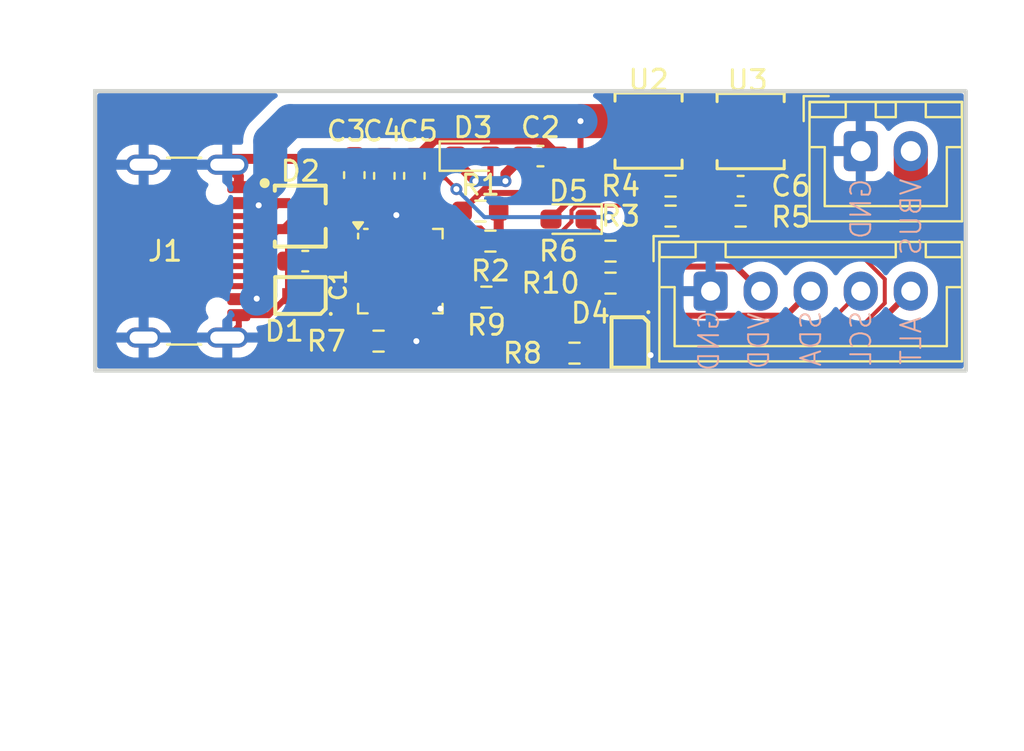
<source format=kicad_pcb>
(kicad_pcb (version 20241229) (generator "pcbnew") (generator_version "9.0")
  (layers (0 "F.Cu" signal) (2 "B.Cu" signal) (13 "F.Paste" user) (15 "B.Paste" user) (5 "F.SilkS" user "F.Silkscreen") (7 "B.SilkS" user "B.Silkscreen") (1 "F.Mask" user) (3 "B.Mask" user) (25 "Edge.Cuts" user))
  (net 0 "")
  (net 1 "GND")
  (net 2 "Net-(D3-K)")
  (net 3 "Net-(U1-VREG_2V7)")
  (net 4 "Net-(U1-VREG_1V2)")
  (net 5 "Net-(D4-K)")
  (net 6 "Net-(C6-Pad1)")
  (net 7 "Net-(R1-Pad2)")
  (net 8 "Net-(U2-G)")
  (net 15 "/VBUS_EN_SNK")
  (net 16 "/DISCH")
  (net 17 "/VDD")
  (net 18 "/VBUS_VS_DISCH")
  (net 19 "/RESET")
  (net 20 "/CC2")
  (net 21 "/CC1")
  (net 22 "/ALERT")
  (net 23 "/SCL")
  (net 24 "/SDA")
  (net 25 "Net-(U2-S)")
  (net 26 "Net-(U1-SCL)")
  (net 27 "Net-(U1-ALERT)")
  (net 28 "Net-(U1-SDA)")
  (net 29 "/Vbus")
  (footprint "Diode_SMD:D_0603_1608Metric_Pad1.05x0.95mm_HandSolder" (layer "F.Cu") (at 338.4 118.4 180)
    (property "Reference" "D5" (at 0 1.4 0) (layer "F.SilkS"))
    (property "Value" "D")
    (fp_line (start 0.8 -0.735) (end -1.66 -0.735) (stroke (width 0.12)) (layer "F.SilkS"))
    (fp_line (start -1.66 0.735) (end 0.8 0.735) (stroke (width 0.12)) (layer "F.SilkS"))
    (fp_line (start -1.66 -0.735) (end -1.66 0.735) (stroke (width 0.12)) (layer "F.SilkS"))
    (pad "1" smd roundrect (at -0.875 0 180) (size 1.05 0.95) (layers "F.Cu" "F.Mask" "F.Paste") (net 17 "/VDD"))
    (pad "2" smd roundrect (at 0.875 0 180) (size 1.05 0.95) (layers "F.Cu" "F.Mask" "F.Paste") (net 29 "/Vbus"))
  )
  (footprint "ST_1610:ST_1610" (layer "F.Cu") (at 341.5 124.575 -90)
    (property "Reference" "D4" (at -1.475 2 0) (layer "F.SilkS"))
    (property "Value" "ESDA25P35-1U1M" (hide yes))
    (fp_line (start -1.27 0.95) (end 1.25 0.95) (stroke (width 0.2)) (layer "F.SilkS"))
    (fp_line (start -1.27 0.95) (end -1.27 -0.635) (stroke (width 0.2)) (layer "F.SilkS"))
    (fp_line (start 1.25 0.95) (end 1.25 -0.889) (stroke (width 0.2)) (layer "F.SilkS"))
    (fp_line (start -1.27 -0.635) (end -1.016 -0.889) (stroke (width 0.2)) (layer "F.SilkS"))
    (fp_line (start -1.016 -0.889) (end 1.25 -0.889) (stroke (width 0.2)) (layer "F.SilkS"))
    (fp_circle (center -1.524 -0.889) (end -1.524 -0.939) (stroke (width 0.1)) (fill no) (layer "F.SilkS"))
    (pad "1" smd rect (at -0.625 0 270) (size 0.55 0.8) (layers "F.Cu" "F.Mask" "F.Paste") (net 5 "Net-(D4-K)"))
    (pad "2" smd rect (at 0.625 0 270) (size 0.55 0.8) (layers "F.Cu" "F.Mask" "F.Paste") (net 1 "GND"))
  )
  (footprint "Capacitor_SMD:C_0603_1608Metric_Pad1.08x0.95mm_HandSolder" (layer "F.Cu") (at 325.25 120.5 180)
    (property "Reference" "C1" (at -1.65 -1.2 90) (layer "F.SilkS") (effects (font (size 0.8 0.8) (thickness 0.15) (bold yes))))
    (property "Value" "4.7 μF")
    (fp_line (start -0.146267 0.51) (end 0.146267 0.51) (stroke (width 0.12)) (layer "F.SilkS"))
    (fp_line (start -0.146267 -0.51) (end 0.146267 -0.51) (stroke (width 0.12)) (layer "F.SilkS"))
    (pad "1" smd roundrect (at -0.8625 0 180) (size 1.075 0.95) (layers "F.Cu" "F.Mask" "F.Paste") (net 29 "/Vbus"))
    (pad "2" smd roundrect (at 0.8625 0 180) (size 1.075 0.95) (layers "F.Cu" "F.Mask" "F.Paste") (net 1 "GND"))
  )
  (footprint "Capacitor_SMD:C_0603_1608Metric_Pad1.08x0.95mm_HandSolder" (layer "F.Cu") (at 327.7 116.2 90)
    (property "Reference" "C3" (at 2.2 -0.4 0) (layer "F.SilkS"))
    (property "Value" "1μF")
    (fp_line (start -0.146267 -0.51) (end 0.146267 -0.51) (stroke (width 0.12)) (layer "F.SilkS"))
    (fp_line (start -0.146267 0.51) (end 0.146267 0.51) (stroke (width 0.12)) (layer "F.SilkS"))
    (pad "1" smd roundrect (at -0.8625 0 90) (size 1.075 0.95) (layers "F.Cu" "F.Mask" "F.Paste") (net 17 "/VDD"))
    (pad "2" smd roundrect (at 0.8625 0 90) (size 1.075 0.95) (layers "F.Cu" "F.Mask" "F.Paste") (net 1 "GND"))
  )
  (footprint "STL6P3LLH6:POWERFLAT_3P3X3P3_STM2" (layer "F.Cu") (at 342.3998 113.974999 180)
    (property "Reference" "U2" (at 0 2.525001 0) (layer "F.SilkS"))
    (property "Value" "STL6P3LLH6" (hide yes))
    (fp_line (start 1.6764 1.8796) (end 1.6764 1.472839) (stroke (width 0.1524)) (layer "F.SilkS"))
    (fp_line (start 1.6764 -1.472839) (end 1.6764 -1.8796) (stroke (width 0.1524)) (layer "F.SilkS"))
    (fp_line (start 1.6764 -1.8796) (end -1.6764 -1.8796) (stroke (width 0.1524)) (layer "F.SilkS"))
    (fp_line (start -1.6764 1.8796) (end 1.6764 1.8796) (stroke (width 0.1524)) (layer "F.SilkS"))
    (fp_line (start -1.6764 1.472839) (end -1.6764 1.8796) (stroke (width 0.1524)) (layer "F.SilkS"))
    (fp_line (start -1.6764 -1.8796) (end -1.6764 -1.472839) (stroke (width 0.1524)) (layer "F.SilkS"))
    (pad "1" smd rect (at -1.6002 0.974999 180) (size 0.9144 0.3302) (layers "F.Cu" "F.Mask" "F.Paste") (net 8 "Net-(U2-G)"))
    (pad "2" smd rect (at -1.6002 -0.974999 180) (size 0.9144 0.3302) (layers "F.Cu" "F.Mask" "F.Paste") (net 25 "Net-(U2-S)"))
    (pad "2" smd rect (at -1.6002 -0.325001 180) (size 0.9144 0.3302) (layers "F.Cu" "F.Mask" "F.Paste") (net 25 "Net-(U2-S)"))
    (pad "2" smd rect (at -1.6002 0.325001 180) (size 0.9144 0.3302) (layers "F.Cu" "F.Mask" "F.Paste") (net 25 "Net-(U2-S)"))
    (pad "3" smd rect (at 0.4445 0 180) (size 2.1082 2.3622) (layers "F.Cu" "F.Mask" "F.Paste") (net 29 "/Vbus"))
    (pad "3" smd rect (at 1.6002 -0.974999 180) (size 0.9144 0.3302) (layers "F.Cu" "F.Mask" "F.Paste") (net 29 "/Vbus"))
    (pad "3" smd rect (at 1.6002 -0.325001 180) (size 0.9144 0.3302) (layers "F.Cu" "F.Mask" "F.Paste") (net 29 "/Vbus"))
    (pad "3" smd rect (at 1.6002 0.325001 180) (size 0.9144 0.3302) (layers "F.Cu" "F.Mask" "F.Paste") (net 29 "/Vbus"))
    (pad "3" smd rect (at 1.6002 0.974999 180) (size 0.9144 0.3302) (layers "F.Cu" "F.Mask" "F.Paste") (net 29 "/Vbus"))
  )
  (footprint "Resistor_SMD:R_0603_1608Metric_Pad0.98x0.95mm_HandSolder" (layer "F.Cu") (at 347 118.25 180)
    (property "Reference" "R5" (at -2.5 -0.05 0) (layer "F.SilkS"))
    (property "Value" "100R")
    (fp_line (start -0.254724 0.5225) (end 0.254724 0.5225) (stroke (width 0.12)) (layer "F.SilkS"))
    (fp_line (start -0.254724 -0.5225) (end 0.254724 -0.5225) (stroke (width 0.12)) (layer "F.SilkS"))
    (pad "1" smd roundrect (at -0.9125 0 180) (size 0.975 0.95) (layers "F.Cu" "F.Mask" "F.Paste") (net 6 "Net-(C6-Pad1)"))
    (pad "2" smd roundrect (at 0.9125 0 180) (size 0.975 0.95) (layers "F.Cu" "F.Mask" "F.Paste") (net 8 "Net-(U2-G)"))
  )
  (footprint "Resistor_SMD:R_0603_1608Metric_Pad0.98x0.95mm_HandSolder" (layer "F.Cu") (at 343.5 116.75)
    (property "Reference" "R4" (at -2.5 0 0) (layer "F.SilkS"))
    (property "Value" "100kR")
    (fp_line (start -0.254724 -0.5225) (end 0.254724 -0.5225) (stroke (width 0.12)) (layer "F.SilkS"))
    (fp_line (start -0.254724 0.5225) (end 0.254724 0.5225) (stroke (width 0.12)) (layer "F.SilkS"))
    (pad "1" smd roundrect (at -0.9125 0) (size 0.975 0.95) (layers "F.Cu" "F.Mask" "F.Paste") (net 8 "Net-(U2-G)"))
    (pad "2" smd roundrect (at 0.9125 0) (size 0.975 0.95) (layers "F.Cu" "F.Mask" "F.Paste") (net 25 "Net-(U2-S)"))
  )
  (footprint "Capacitor_SMD:C_0603_1608Metric_Pad1.08x0.95mm_HandSolder" (layer "F.Cu") (at 347 116.75)
    (property "Reference" "C6" (at 2.5 0 0) (layer "F.SilkS"))
    (property "Value" "100nF")
    (fp_line (start -0.146267 -0.51) (end 0.146267 -0.51) (stroke (width 0.12)) (layer "F.SilkS"))
    (fp_line (start -0.146267 0.51) (end 0.146267 0.51) (stroke (width 0.12)) (layer "F.SilkS"))
    (pad "1" smd roundrect (at -0.8625 0) (size 1.075 0.95) (layers "F.Cu" "F.Mask" "F.Paste") (net 6 "Net-(C6-Pad1)"))
    (pad "2" smd roundrect (at 0.8625 0) (size 1.075 0.95) (layers "F.Cu" "F.Mask" "F.Paste") (net 5 "Net-(D4-K)"))
  )
  (footprint "Capacitor_SMD:C_0603_1608Metric_Pad1.08x0.95mm_HandSolder" (layer "F.Cu") (at 337 115.25)
    (property "Reference" "C2" (at 0 -1.43 0) (layer "F.SilkS"))
    (property "Value" "1μF")
    (fp_line (start -0.146267 -0.51) (end 0.146267 -0.51) (stroke (width 0.12)) (layer "F.SilkS"))
    (fp_line (start -0.146267 0.51) (end 0.146267 0.51) (stroke (width 0.12)) (layer "F.SilkS"))
    (pad "1" smd roundrect (at -0.8625 0) (size 1.075 0.95) (layers "F.Cu" "F.Mask" "F.Paste") (net 2 "Net-(D3-K)"))
    (pad "2" smd roundrect (at 0.8625 0) (size 1.075 0.95) (layers "F.Cu" "F.Mask" "F.Paste") (net 1 "GND"))
  )
  (footprint "Package_DFN_QFN:QFN-24-1EP_4x4mm_P0.5mm_EP2.7x2.7mm" (layer "F.Cu") (at 330 121)
    (property "Reference" "U1" (hide yes))
    (property "Value" "STUSB4500QTR")
    (fp_line (start -2.11 -1.635) (end -2.11 -1.87) (stroke (width 0.12)) (layer "F.SilkS"))
    (fp_line (start -2.11 2.11) (end -2.11 1.635) (stroke (width 0.12)) (layer "F.SilkS"))
    (fp_line (start -1.635 -2.11) (end -1.81 -2.11) (stroke (width 0.12)) (layer "F.SilkS"))
    (fp_line (start -1.635 2.11) (end -2.11 2.11) (stroke (width 0.12)) (layer "F.SilkS"))
    (fp_line (start 1.635 -2.11) (end 2.11 -2.11) (stroke (width 0.12)) (layer "F.SilkS"))
    (fp_line (start 1.635 2.11) (end 2.11 2.11) (stroke (width 0.12)) (layer "F.SilkS"))
    (fp_line (start 2.11 -2.11) (end 2.11 -1.635) (stroke (width 0.12)) (layer "F.SilkS"))
    (fp_line (start 2.11 2.11) (end 2.11 1.635) (stroke (width 0.12)) (layer "F.SilkS"))
    (fp_poly (pts (xy -2.11 -2.11) (xy -2.35 -2.44) (xy -1.87 -2.44)) (stroke (width 0.12)) (fill yes) (layer "F.SilkS"))
    (pad "1" smd roundrect (at -1.9625 -1.25) (size 0.825 0.25) (layers "F.Cu" "F.Mask" "F.Paste") (net 21 "/CC1"))
    (pad "2" smd roundrect (at -1.9625 -0.75) (size 0.825 0.25) (layers "F.Cu" "F.Mask" "F.Paste") (net 21 "/CC1"))
    (pad "3" smd roundrect (at -1.9625 -0.25) (size 0.825 0.25) (layers "F.Cu" "F.Mask" "F.Paste"))
    (pad "4" smd roundrect (at -1.9625 0.25) (size 0.825 0.25) (layers "F.Cu" "F.Mask" "F.Paste") (net 20 "/CC2"))
    (pad "5" smd roundrect (at -1.9625 0.75) (size 0.825 0.25) (layers "F.Cu" "F.Mask" "F.Paste") (net 20 "/CC2"))
    (pad "6" smd roundrect (at -1.9625 1.25) (size 0.825 0.25) (layers "F.Cu" "F.Mask" "F.Paste") (net 19 "/RESET"))
    (pad "7" smd roundrect (at -1.25 1.9625) (size 0.25 0.825) (layers "F.Cu" "F.Mask" "F.Paste") (net 26 "Net-(U1-SCL)"))
    (pad "8" smd roundrect (at -0.75 1.9625) (size 0.25 0.825) (layers "F.Cu" "F.Mask" "F.Paste") (net 28 "Net-(U1-SDA)"))
    (pad "9" smd roundrect (at -0.25 1.9625) (size 0.25 0.825) (layers "F.Cu" "F.Mask" "F.Paste") (net 16 "/DISCH"))
    (pad "10" smd roundrect (at 0.25 1.9625) (size 0.25 0.825) (layers "F.Cu" "F.Mask" "F.Paste") (net 1 "GND"))
    (pad "11" smd roundrect (at 0.75 1.9625) (size 0.25 0.825) (layers "F.Cu" "F.Mask" "F.Paste"))
    (pad "12" smd roundrect (at 1.25 1.9625) (size 0.25 0.825) (layers "F.Cu" "F.Mask" "F.Paste") (net 1 "GND"))
    (pad "13" smd roundrect (at 1.9625 1.25) (size 0.825 0.25) (layers "F.Cu" "F.Mask" "F.Paste") (net 1 "GND"))
    (pad "14" smd roundrect (at 1.9625 0.75) (size 0.825 0.25) (layers "F.Cu" "F.Mask" "F.Paste"))
    (pad "15" smd roundrect (at 1.9625 0.25) (size 0.825 0.25) (layers "F.Cu" "F.Mask" "F.Paste"))
    (pad "16" smd roundrect (at 1.9625 -0.25) (size 0.825 0.25) (layers "F.Cu" "F.Mask" "F.Paste") (net 15 "/VBUS_EN_SNK"))
    (pad "17" smd roundrect (at 1.9625 -0.75) (size 0.825 0.25) (layers "F.Cu" "F.Mask" "F.Paste"))
    (pad "18" smd roundrect (at 1.9625 -1.25) (size 0.825 0.25) (layers "F.Cu" "F.Mask" "F.Paste") (net 18 "/VBUS_VS_DISCH"))
    (pad "19" smd roundrect (at 1.25 -1.9625) (size 0.25 0.825) (layers "F.Cu" "F.Mask" "F.Paste") (net 27 "Net-(U1-ALERT)"))
    (pad "20" smd roundrect (at 0.75 -1.9625) (size 0.25 0.825) (layers "F.Cu" "F.Mask" "F.Paste"))
    (pad "21" smd roundrect (at 0.25 -1.9625) (size 0.25 0.825) (layers "F.Cu" "F.Mask" "F.Paste") (net 4 "Net-(U1-VREG_1V2)"))
    (pad "22" smd roundrect (at -0.25 -1.9625) (size 0.25 0.825) (layers "F.Cu" "F.Mask" "F.Paste") (net 1 "GND"))
    (pad "23" smd roundrect (at -0.75 -1.9625) (size 0.25 0.825) (layers "F.Cu" "F.Mask" "F.Paste") (net 3 "Net-(U1-VREG_2V7)"))
    (pad "24" smd roundrect (at -1.25 -1.9625) (size 0.25 0.825) (layers "F.Cu" "F.Mask" "F.Paste") (net 17 "/VDD"))
    (pad "25" smd rect (at 0 0) (size 2.7 2.7) (property pad_prop_heatsink) (layers "F.Cu" "F.Mask") (net 1 "GND"))
  )
  (footprint "Resistor_SMD:R_0603_1608Metric_Pad0.98x0.95mm_HandSolder" (layer "F.Cu") (at 328.9125 124.5 180)
    (property "Reference" "R7" (at 2.6125 0 0) (layer "F.SilkS"))
    (property "Value" "10kR")
    (fp_line (start -0.254724 0.5225) (end 0.254724 0.5225) (stroke (width 0.12)) (layer "F.SilkS"))
    (fp_line (start -0.254724 -0.5225) (end 0.254724 -0.5225) (stroke (width 0.12)) (layer "F.SilkS"))
    (pad "1" smd roundrect (at -0.9125 0 180) (size 0.975 0.95) (layers "F.Cu" "F.Mask" "F.Paste") (net 1 "GND"))
    (pad "2" smd roundrect (at 0.9125 0 180) (size 0.975 0.95) (layers "F.Cu" "F.Mask" "F.Paste") (net 19 "/RESET"))
  )
  (footprint "STL6P3LLH6:POWERFLAT_3P3X3P3_STM2" (layer "F.Cu") (at 347.5 114)
    (property "Reference" "U3" (at -0.1498 -2.525001 0) (layer "F.SilkS"))
    (property "Value" "STL6P3LLH6" (hide yes))
    (fp_line (start -1.6764 -1.8796) (end -1.6764 -1.472839) (stroke (width 0.1524)) (layer "F.SilkS"))
    (fp_line (start -1.6764 1.472839) (end -1.6764 1.8796) (stroke (width 0.1524)) (layer "F.SilkS"))
    (fp_line (start -1.6764 1.8796) (end 1.6764 1.8796) (stroke (width 0.1524)) (layer "F.SilkS"))
    (fp_line (start 1.6764 -1.8796) (end -1.6764 -1.8796) (stroke (width 0.1524)) (layer "F.SilkS"))
    (fp_line (start 1.6764 -1.472839) (end 1.6764 -1.8796) (stroke (width 0.1524)) (layer "F.SilkS"))
    (fp_line (start 1.6764 1.8796) (end 1.6764 1.472839) (stroke (width 0.1524)) (layer "F.SilkS"))
    (pad "1" smd rect (at -1.6002 0.974999) (size 0.9144 0.3302) (layers "F.Cu" "F.Mask" "F.Paste") (net 8 "Net-(U2-G)"))
    (pad "2" smd rect (at -1.6002 -0.974999) (size 0.9144 0.3302) (layers "F.Cu" "F.Mask" "F.Paste") (net 25 "Net-(U2-S)"))
    (pad "2" smd rect (at -1.6002 -0.325001) (size 0.9144 0.3302) (layers "F.Cu" "F.Mask" "F.Paste") (net 25 "Net-(U2-S)"))
    (pad "2" smd rect (at -1.6002 0.325001) (size 0.9144 0.3302) (layers "F.Cu" "F.Mask" "F.Paste") (net 25 "Net-(U2-S)"))
    (pad "3" smd rect (at 0.4445 0) (size 2.1082 2.3622) (layers "F.Cu" "F.Mask" "F.Paste") (net 5 "Net-(D4-K)"))
    (pad "3" smd rect (at 1.6002 -0.974999) (size 0.9144 0.3302) (layers "F.Cu" "F.Mask" "F.Paste") (net 5 "Net-(D4-K)"))
    (pad "3" smd rect (at 1.6002 -0.325001) (size 0.9144 0.3302) (layers "F.Cu" "F.Mask" "F.Paste") (net 5 "Net-(D4-K)"))
    (pad "3" smd rect (at 1.6002 0.325001) (size 0.9144 0.3302) (layers "F.Cu" "F.Mask" "F.Paste") (net 5 "Net-(D4-K)"))
    (pad "3" smd rect (at 1.6002 0.974999) (size 0.9144 0.3302) (layers "F.Cu" "F.Mask" "F.Paste") (net 5 "Net-(D4-K)"))
  )
  (footprint "Resistor_SMD:R_0603_1608Metric_Pad0.98x0.95mm_HandSolder" (layer "F.Cu") (at 338.7 125.1 180)
    (property "Reference" "R8" (at 2.6 0 0) (layer "F.SilkS"))
    (property "Value" "4.7kR")
    (fp_line (start -0.254724 0.5225) (end 0.254724 0.5225) (stroke (width 0.12)) (layer "F.SilkS"))
    (fp_line (start -0.254724 -0.5225) (end 0.254724 -0.5225) (stroke (width 0.12)) (layer "F.SilkS"))
    (pad "1" smd roundrect (at -0.9125 0 180) (size 0.975 0.95) (layers "F.Cu" "F.Mask" "F.Paste") (net 22 "/ALERT"))
    (pad "2" smd roundrect (at 0.9125 0 180) (size 0.975 0.95) (layers "F.Cu" "F.Mask" "F.Paste") (net 26 "Net-(U1-SCL)"))
  )
  (footprint "Resistor_SMD:R_0603_1608Metric_Pad0.98x0.95mm_HandSolder" (layer "F.Cu") (at 343.5 118.25 180)
    (property "Reference" "R3" (at 2.5 0 0) (layer "F.SilkS"))
    (property "Value" "22kR")
    (fp_line (start -0.254724 0.5225) (end 0.254724 0.5225) (stroke (width 0.12)) (layer "F.SilkS"))
    (fp_line (start -0.254724 -0.5225) (end 0.254724 -0.5225) (stroke (width 0.12)) (layer "F.SilkS"))
    (pad "1" smd roundrect (at -0.9125 0 180) (size 0.975 0.95) (layers "F.Cu" "F.Mask" "F.Paste") (net 8 "Net-(U2-G)"))
    (pad "2" smd roundrect (at 0.9125 0 180) (size 0.975 0.95) (layers "F.Cu" "F.Mask" "F.Paste") (net 15 "/VBUS_EN_SNK"))
  )
  (footprint "Resistor_SMD:R_0603_1608Metric_Pad0.98x0.95mm_HandSolder" (layer "F.Cu") (at 334.5 119.5 180)
    (property "Reference" "R2" (at 0 -1.49 0) (layer "F.SilkS"))
    (property "Value" "1kR")
    (fp_line (start -0.254724 0.5225) (end 0.254724 0.5225) (stroke (width 0.12)) (layer "F.SilkS"))
    (fp_line (start -0.254724 -0.5225) (end 0.254724 -0.5225) (stroke (width 0.12)) (layer "F.SilkS"))
    (pad "1" smd roundrect (at -0.9125 0 180) (size 0.975 0.95) (layers "F.Cu" "F.Mask" "F.Paste") (net 7 "Net-(R1-Pad2)"))
    (pad "2" smd roundrect (at 0.9125 0 180) (size 0.975 0.95) (layers "F.Cu" "F.Mask" "F.Paste") (net 18 "/VBUS_VS_DISCH"))
  )
  (footprint "ST_1610:ST_1610" (layer "F.Cu") (at 325 122.25 180)
    (property "Reference" "D1" (at 0.8 -1.75 0) (layer "F.SilkS"))
    (property "Value" "ESDA25P35-1U1M")
    (fp_line (start 1.25 0.95) (end 1.25 -0.889) (stroke (width 0.2)) (layer "F.SilkS"))
    (fp_line (start -1.016 -0.889) (end 1.25 -0.889) (stroke (width 0.2)) (layer "F.SilkS"))
    (fp_line (start -1.27 0.95) (end 1.25 0.95) (stroke (width 0.2)) (layer "F.SilkS"))
    (fp_line (start -1.27 0.95) (end -1.27 -0.635) (stroke (width 0.2)) (layer "F.SilkS"))
    (fp_line (start -1.27 -0.635) (end -1.016 -0.889) (stroke (width 0.2)) (layer "F.SilkS"))
    (fp_circle (center -1.524 -0.889) (end -1.524 -0.939) (stroke (width 0.1)) (fill no) (layer "F.SilkS"))
    (pad "1" smd rect (at -0.625 0 180) (size 0.55 0.8) (layers "F.Cu" "F.Mask" "F.Paste") (net 29 "/Vbus"))
    (pad "2" smd rect (at 0.625 0 180) (size 0.55 0.8) (layers "F.Cu" "F.Mask" "F.Paste") (net 1 "GND"))
  )
  (footprint "Connector_USB:USB_C_Receptacle_GCT_USB4105-xx-A_16P_TopMnt_Horizontal" (layer "F.Cu") (at 318.25 120 -90)
    (property "Reference" "J1" (at 0 0 0) (layer "F.SilkS"))
    (property "Value" "USB_C_Receptacle_PowerOnly_6P")
    (fp_line (start -4.67 -0.1) (end -4.67 -1.8) (stroke (width 0.12)) (layer "F.SilkS"))
    (fp_line (start 4.67 -0.1) (end 4.67 -1.8) (stroke (width 0.12)) (layer "F.SilkS"))
    (pad "" np_thru_hole circle (at -2.89 -2.605 270) (size 0.65 0.65) (drill 0.65) (layers "*.Cu" "*.Mask"))
    (pad "" np_thru_hole circle (at 2.89 -2.605 270) (size 0.65 0.65) (drill 0.65) (layers "*.Cu" "*.Mask"))
    (pad "A5" smd roundrect (at -1.25 -3.68 270) (size 0.3 1.15) (layers "F.Cu" "F.Mask" "F.Paste") (net 21 "/CC1"))
    (pad "A6" smd roundrect (at -0.25 -3.68 270) (size 0.3 1.15) (layers "F.Cu" "F.Mask" "F.Paste"))
    (pad "A7" smd roundrect (at 0.25 -3.68 270) (size 0.3 1.15) (layers "F.Cu" "F.Mask" "F.Paste"))
    (pad "A8" smd roundrect (at 1.25 -3.68 270) (size 0.3 1.15) (layers "F.Cu" "F.Mask" "F.Paste"))
    (pad "A9" smd roundrect (at 2.4 -3.68 270) (size 0.6 1.15) (layers "F.Cu" "F.Mask" "F.Paste") (net 29 "/Vbus"))
    (pad "A12" smd roundrect (at 3.2 -3.68 270) (size 0.6 1.15) (layers "F.Cu" "F.Mask" "F.Paste") (net 1 "GND"))
    (pad "B5" smd roundrect (at 1.75 -3.68 270) (size 0.3 1.15) (layers "F.Cu" "F.Mask" "F.Paste") (net 20 "/CC2"))
    (pad "B6" smd roundrect (at 0.75 -3.68 270) (size 0.3 1.15) (layers "F.Cu" "F.Mask" "F.Paste"))
    (pad "B7" smd roundrect (at -0.75 -3.68 270) (size 0.3 1.15) (layers "F.Cu" "F.Mask" "F.Paste"))
    (pad "B8" smd roundrect (at -1.75 -3.68 270) (size 0.3 1.15) (layers "F.Cu" "F.Mask" "F.Paste"))
    (pad "B9" smd roundrect (at -2.4 -3.68 270) (size 0.6 1.15) (layers "F.Cu" "F.Mask" "F.Paste") (net 29 "/Vbus"))
    (pad "B12" smd roundrect (at -3.2 -3.68 270) (size 0.6 1.15) (layers "F.Cu" "F.Mask" "F.Paste") (net 1 "GND"))
    (pad "S1" thru_hole oval (at -4.32 -3.105 270) (size 1 2.1) (drill oval 0.6 1.7) (property pad_prop_heatsink) (layers "*.Cu" "*.Mask" "F.Paste") (net 1 "GND"))
    (pad "S1" thru_hole oval (at -4.32 1.075 270) (size 1 1.8) (drill oval 0.6 1.4) (property pad_prop_heatsink) (layers "*.Cu" "*.Mask" "F.Paste") (net 1 "GND"))
    (pad "S1" thru_hole oval (at 4.32 -3.105 270) (size 1 2.1) (drill oval 0.6 1.7) (property pad_prop_heatsink) (layers "*.Cu" "*.Mask" "F.Paste") (net 1 "GND"))
    (pad "S1" thru_hole oval (at 4.32 1.075 270) (size 1 1.8) (drill oval 0.6 1.4) (property pad_prop_heatsink) (layers "*.Cu" "*.Mask" "F.Paste") (net 1 "GND"))
  )
  (footprint "Resistor_SMD:R_0603_1608Metric_Pad0.98x0.95mm_HandSolder" (layer "F.Cu") (at 340.5 121.6)
    (property "Reference" "R10" (at -3 0 0) (layer "F.SilkS"))
    (property "Value" "4.7kR")
    (fp_line (start -0.254724 -0.5225) (end 0.254724 -0.5225) (stroke (width 0.12)) (layer "F.SilkS"))
    (fp_line (start -0.254724 0.5225) (end 0.254724 0.5225) (stroke (width 0.12)) (layer "F.SilkS"))
    (pad "1" smd roundrect (at -0.9125 0) (size 0.975 0.95) (layers "F.Cu" "F.Mask" "F.Paste") (net 28 "Net-(U1-SDA)"))
    (pad "2" smd roundrect (at 0.9125 0) (size 0.975 0.95) (layers "F.Cu" "F.Mask" "F.Paste") (net 24 "/SDA"))
  )
  (footprint "Connector_JST:JST_XH_B5B-XH-A_1x05_P2.50mm_Vertical" (layer "F.Cu") (at 345.5 122)
    (property "Reference" "J3" (hide yes))
    (property "Value" "JST_01x05_Socket")
    (fp_line (start -2.85 -2.75) (end -2.85 -1.5) (stroke (width 0.12)) (layer "F.SilkS"))
    (fp_line (start -2.56 -2.46) (end -2.56 3.51) (stroke (width 0.12)) (layer "F.SilkS"))
    (fp_line (start -2.56 3.51) (end 12.56 3.51) (stroke (width 0.12)) (layer "F.SilkS"))
    (fp_line (start -2.55 -2.45) (end -2.55 -1.7) (stroke (width 0.12)) (layer "F.SilkS"))
    (fp_line (start -2.55 -1.7) (end -0.75 -1.7) (stroke (width 0.12)) (layer "F.SilkS"))
    (fp_line (start -2.55 -0.2) (end -1.8 -0.2) (stroke (width 0.12)) (layer "F.SilkS"))
    (fp_line (start -1.8 -0.2) (end -1.8 2.75) (stroke (width 0.12)) (layer "F.SilkS"))
    (fp_line (start -1.8 2.75) (end 5 2.75) (stroke (width 0.12)) (layer "F.SilkS"))
    (fp_line (start -1.6 -2.75) (end -2.85 -2.75) (stroke (width 0.12)) (layer "F.SilkS"))
    (fp_line (start -0.75 -2.45) (end -2.55 -2.45) (stroke (width 0.12)) (layer "F.SilkS"))
    (fp_line (start -0.75 -1.7) (end -0.75 -2.45) (stroke (width 0.12)) (layer "F.SilkS"))
    (fp_line (start 0.75 -2.45) (end 0.75 -1.7) (stroke (width 0.12)) (layer "F.SilkS"))
    (fp_line (start 0.75 -1.7) (end 9.25 -1.7) (stroke (width 0.12)) (layer "F.SilkS"))
    (fp_line (start 9.25 -2.45) (end 0.75 -2.45) (stroke (width 0.12)) (layer "F.SilkS"))
    (fp_line (start 9.25 -1.7) (end 9.25 -2.45) (stroke (width 0.12)) (layer "F.SilkS"))
    (fp_line (start 10.75 -2.45) (end 10.75 -1.7) (stroke (width 0.12)) (layer "F.SilkS"))
    (fp_line (start 10.75 -1.7) (end 12.55 -1.7) (stroke (width 0.12)) (layer "F.SilkS"))
    (fp_line (start 11.8 -0.2) (end 11.8 2.75) (stroke (width 0.12)) (layer "F.SilkS"))
    (fp_line (start 11.8 2.75) (end 5 2.75) (stroke (width 0.12)) (layer "F.SilkS"))
    (fp_line (start 12.55 -2.45) (end 10.75 -2.45) (stroke (width 0.12)) (layer "F.SilkS"))
    (fp_line (start 12.55 -1.7) (end 12.55 -2.45) (stroke (width 0.12)) (layer "F.SilkS"))
    (fp_line (start 12.55 -0.2) (end 11.8 -0.2) (stroke (width 0.12)) (layer "F.SilkS"))
    (fp_line (start 12.56 -2.46) (end -2.56 -2.46) (stroke (width 0.12)) (layer "F.SilkS"))
    (fp_line (start 12.56 3.51) (end 12.56 -2.46) (stroke (width 0.12)) (layer "F.SilkS"))
    (pad "1" thru_hole roundrect (at 0 0) (size 1.7 1.95) (drill 0.95) (layers "*.Cu" "*.Mask") (roundrect_rratio 0.147059) (net 1 "GND"))
    (pad "2" thru_hole oval (at 2.5 0) (size 1.7 1.95) (drill 0.95) (layers "*.Cu" "*.Mask") (net 17 "/VDD"))
    (pad "3" thru_hole oval (at 5 0) (size 1.7 1.95) (drill 0.95) (layers "*.Cu" "*.Mask") (net 24 "/SDA"))
    (pad "4" thru_hole oval (at 7.5 0) (size 1.7 1.95) (drill 0.95) (layers "*.Cu" "*.Mask") (net 23 "/SCL"))
    (pad "5" thru_hole oval (at 10 0) (size 1.7 1.95) (drill 0.95) (layers "*.Cu" "*.Mask") (net 22 "/ALERT"))
  )
  (footprint "Resistor_SMD:R_0603_1608Metric_Pad0.98x0.95mm_HandSolder" (layer "F.Cu") (at 334 118)
    (property "Reference" "R1" (at 0 -1.3 0) (layer "F.SilkS"))
    (property "Value" "470R")
    (fp_line (start -0.254724 -0.5225) (end 0.254724 -0.5225) (stroke (width 0.12)) (layer "F.SilkS"))
    (fp_line (start -0.254724 0.5225) (end 0.254724 0.5225) (stroke (width 0.12)) (layer "F.SilkS"))
    (pad "1" smd roundrect (at -0.9125 0) (size 0.975 0.95) (layers "F.Cu" "F.Mask" "F.Paste") (net 29 "/Vbus"))
    (pad "2" smd roundrect (at 0.9125 0) (size 0.975 0.95) (layers "F.Cu" "F.Mask" "F.Paste") (net 7 "Net-(R1-Pad2)"))
  )
  (footprint "Resistor_SMD:R_0603_1608Metric_Pad0.98x0.95mm_HandSolder" (layer "F.Cu") (at 334.3 122.3)
    (property "Reference" "R9" (at 0 1.4 0) (layer "F.SilkS"))
    (property "Value" "4.7kR")
    (fp_line (start -0.254724 -0.5225) (end 0.254724 -0.5225) (stroke (width 0.12)) (layer "F.SilkS"))
    (fp_line (start -0.254724 0.5225) (end 0.254724 0.5225) (stroke (width 0.12)) (layer "F.SilkS"))
    (pad "1" smd roundrect (at -0.9125 0) (size 0.975 0.95) (layers "F.Cu" "F.Mask" "F.Paste") (net 27 "Net-(U1-ALERT)"))
    (pad "2" smd roundrect (at 0.9125 0) (size 0.975 0.95) (layers "F.Cu" "F.Mask" "F.Paste") (net 23 "/SCL"))
  )
  (footprint "ST_SOT323-3L:ST_SOT323-3L" (layer "F.Cu") (at 325 118.25)
    (property "Reference" "D2" (at 0 -2.25 0) (layer "F.SilkS"))
    (property "Value" "ESDA25W")
    (fp_line (start -1.27 -1.524) (end 1.27 -1.524) (stroke (width 0.2)) (layer "F.SilkS"))
    (fp_line (start -1.27 -1.27) (end -1.27 -1.524) (stroke (width 0.2)) (layer "F.SilkS"))
    (fp_line (start -1.27 1.524) (end -1.27 1.27) (stroke (width 0.2)) (layer "F.SilkS"))
    (fp_line (start -1.27 1.524) (end 1.27 1.524) (stroke (width 0.2)) (layer "F.SilkS"))
    (fp_line (start 1.27 -0.635) (end 1.27 -1.524) (stroke (width 0.2)) (layer "F.SilkS"))
    (fp_line (start 1.27 1.524) (end 1.27 0.635) (stroke (width 0.2)) (layer "F.SilkS"))
    (fp_circle (center -1.778 -1.651) (end -1.778 -1.776) (stroke (width 0.25)) (fill no) (layer "F.SilkS"))
    (pad "1" smd rect (at -0.975 -0.65 90) (size 0.5 0.95) (layers "F.Cu" "F.Mask" "F.Paste") (net 21 "/CC1"))
    (pad "2" smd rect (at -0.975 0.65 90) (size 0.5 0.95) (layers "F.Cu" "F.Mask" "F.Paste") (net 20 "/CC2"))
    (pad "3" smd rect (at 0.975 0 90) (size 0.5 0.95) (layers "F.Cu" "F.Mask" "F.Paste") (net 1 "GND"))
  )
  (footprint "Resistor_SMD:R_0603_1608Metric_Pad0.98x0.95mm_HandSolder" (layer "F.Cu") (at 340.5 120)
    (property "Reference" "R6" (at -2.6 0 0) (layer "F.SilkS"))
    (property "Value" "1kR")
    (fp_line (start -0.254724 -0.5225) (end 0.254724 -0.5225) (stroke (width 0.12)) (layer "F.SilkS"))
    (fp_line (start -0.254724 0.5225) (end 0.254724 0.5225) (stroke (width 0.12)) (layer "F.SilkS"))
    (pad "1" smd roundrect (at -0.9125 0) (size 0.975 0.95) (layers "F.Cu" "F.Mask" "F.Paste") (net 16 "/DISCH"))
    (pad "2" smd roundrect (at 0.9125 0) (size 0.975 0.95) (layers "F.Cu" "F.Mask" "F.Paste") (net 5 "Net-(D4-K)"))
  )
  (footprint "Connector_JST:JST_XH_B2B-XH-A_1x02_P2.50mm_Vertical" (layer "F.Cu") (at 353 115)
    (property "Reference" "J2" (hide yes))
    (property "Value" "JST_01x02_Socket")
    (fp_line (start -2.85 -2.75) (end -2.85 -1.5) (stroke (width 0.12)) (layer "F.SilkS"))
    (fp_line (start -2.56 -2.46) (end -2.56 3.51) (stroke (width 0.12)) (layer "F.SilkS"))
    (fp_line (start -2.56 3.51) (end 5.06 3.51) (stroke (width 0.12)) (layer "F.SilkS"))
    (fp_line (start -2.55 -2.45) (end -2.55 -1.7) (stroke (width 0.12)) (layer "F.SilkS"))
    (fp_line (start -2.55 -1.7) (end -0.75 -1.7) (stroke (width 0.12)) (layer "F.SilkS"))
    (fp_line (start -2.55 -0.2) (end -1.8 -0.2) (stroke (width 0.12)) (layer "F.SilkS"))
    (fp_line (start -1.8 -0.2) (end -1.8 2.75) (stroke (width 0.12)) (layer "F.SilkS"))
    (fp_line (start -1.8 2.75) (end 1.25 2.75) (stroke (width 0.12)) (layer "F.SilkS"))
    (fp_line (start -1.6 -2.75) (end -2.85 -2.75) (stroke (width 0.12)) (layer "F.SilkS"))
    (fp_line (start -0.75 -2.45) (end -2.55 -2.45) (stroke (width 0.12)) (layer "F.SilkS"))
    (fp_line (start -0.75 -1.7) (end -0.75 -2.45) (stroke (width 0.12)) (layer "F.SilkS"))
    (fp_line (start 0.75 -2.45) (end 0.75 -1.7) (stroke (width 0.12)) (layer "F.SilkS"))
    (fp_line (start 0.75 -1.7) (end 1.75 -1.7) (stroke (width 0.12)) (layer "F.SilkS"))
    (fp_line (start 1.75 -2.45) (end 0.75 -2.45) (stroke (width 0.12)) (layer "F.SilkS"))
    (fp_line (start 1.75 -1.7) (end 1.75 -2.45) (stroke (width 0.12)) (layer "F.SilkS"))
    (fp_line (start 3.25 -2.45) (end 3.25 -1.7) (stroke (width 0.12)) (layer "F.SilkS"))
    (fp_line (start 3.25 -1.7) (end 5.05 -1.7) (stroke (width 0.12)) (layer "F.SilkS"))
    (fp_line (start 4.3 -0.2) (end 4.3 2.75) (stroke (width 0.12)) (layer "F.SilkS"))
    (fp_line (start 4.3 2.75) (end 1.25 2.75) (stroke (width 0.12)) (layer "F.SilkS"))
    (fp_line (start 5.05 -2.45) (end 3.25 -2.45) (stroke (width 0.12)) (layer "F.SilkS"))
    (fp_line (start 5.05 -1.7) (end 5.05 -2.45) (stroke (width 0.12)) (layer "F.SilkS"))
    (fp_line (start 5.05 -0.2) (end 4.3 -0.2) (stroke (width 0.12)) (layer "F.SilkS"))
    (fp_line (start 5.06 -2.46) (end -2.56 -2.46) (stroke (width 0.12)) (layer "F.SilkS"))
    (fp_line (start 5.06 3.51) (end 5.06 -2.46) (stroke (width 0.12)) (layer "F.SilkS"))
    (pad "1" thru_hole roundrect (at 0 0) (size 1.7 2) (drill 1) (layers "*.Cu" "*.Mask") (roundrect_rratio 0.147059) (net 1 "GND"))
    (pad "2" thru_hole oval (at 2.5 0) (size 1.7 2) (drill 1) (layers "*.Cu" "*.Mask") (net 5 "Net-(D4-K)"))
  )
  (footprint "Diode_SMD:D_0603_1608Metric_Pad1.05x0.95mm_HandSolder" (layer "F.Cu") (at 333.625 115.25)
    (property "Reference" "D3" (at 0 -1.43 0) (layer "F.SilkS"))
    (property "Value" "D")
    (fp_line (start -1.66 -0.735) (end -1.66 0.735) (stroke (width 0.12)) (layer "F.SilkS"))
    (fp_line (start -1.66 0.735) (end 0.8 0.735) (stroke (width 0.12)) (layer "F.SilkS"))
    (fp_line (start 0.8 -0.735) (end -1.66 -0.735) (stroke (width 0.12)) (layer "F.SilkS"))
    (pad "1" smd roundrect (at -0.875 0) (size 1.05 0.95) (layers "F.Cu" "F.Mask" "F.Paste") (net 2 "Net-(D3-K)"))
    (pad "2" smd roundrect (at 0.875 0) (size 1.05 0.95) (layers "F.Cu" "F.Mask" "F.Paste") (net 29 "/Vbus"))
  )
  (footprint "Capacitor_SMD:C_0603_1608Metric_Pad1.08x0.95mm_HandSolder" (layer "F.Cu") (at 330.7 116.2375 90)
    (property "Reference" "C5" (at 2.2375 0.2 0) (layer "F.SilkS"))
    (property "Value" "1μF")
    (fp_line (start -0.146267 -0.51) (end 0.146267 -0.51) (stroke (width 0.12)) (layer "F.SilkS"))
    (fp_line (start -0.146267 0.51) (end 0.146267 0.51) (stroke (width 0.12)) (layer "F.SilkS"))
    (pad "1" smd roundrect (at -0.8625 0 90) (size 1.075 0.95) (layers "F.Cu" "F.Mask" "F.Paste") (net 4 "Net-(U1-VREG_1V2)"))
    (pad "2" smd roundrect (at 0.8625 0 90) (size 1.075 0.95) (layers "F.Cu" "F.Mask" "F.Paste") (net 1 "GND"))
  )
  (footprint "Capacitor_SMD:C_0603_1608Metric_Pad1.08x0.95mm_HandSolder" (layer "F.Cu") (at 329.2 116.2375 90)
    (property "Reference" "C4" (at 2.2375 -0.1 0) (layer "F.SilkS"))
    (property "Value" "1μF")
    (fp_line (start -0.146267 -0.51) (end 0.146267 -0.51) (stroke (width 0.12)) (layer "F.SilkS"))
    (fp_line (start -0.146267 0.51) (end 0.146267 0.51) (stroke (width 0.12)) (layer "F.SilkS"))
    (pad "1" smd roundrect (at -0.8625 0 90) (size 1.075 0.95) (layers "F.Cu" "F.Mask" "F.Paste") (net 3 "Net-(U1-VREG_2V7)"))
    (pad "2" smd roundrect (at 0.8625 0 90) (size 1.075 0.95) (layers "F.Cu" "F.Mask" "F.Paste") (net 1 "GND"))
  )
  (gr_poly (pts (xy 346.4 112.8) (xy 346.4 114.6) (xy 344.9 114.6) (xy 344.9 115.3) (xy 343.6 115.3) (xy 343.6 113.4) (xy 345.3 113.4) (xy 345.3 112.8)) (stroke (width 0.1)) (fill yes) (layer "F.Cu") (net 25))
  (gr_rect (start 314.75 112) (end 358.25 125.975) (stroke (width 0.2)) (fill no) (layer "Edge.Cuts"))
  (gr_text "ALT" (at 356.1 123.2 90) (layer "B.SilkS") (effects (font (size 1 1) (thickness 0.1)) (justify left bottom mirror)))
  (gr_text "VBUS" (at 356.1 116.3 90) (layer "B.SilkS") (effects (font (size 1 1) (thickness 0.1)) (justify left bottom mirror)))
  (gr_text "VDD" (at 348.5 123 90) (layer "B.SilkS") (effects (font (size 1 1) (thickness 0.1)) (justify left bottom mirror)))
  (gr_text "GND" (at 346 122.9 90) (layer "B.SilkS") (effects (font (size 1 1) (thickness 0.1)) (justify left bottom mirror)))
  (gr_text "GND" (at 353.6 116.3 90) (layer "B.SilkS") (effects (font (size 1 1) (thickness 0.1)) (justify left bottom mirror)))
  (gr_text "SDA" (at 351.1 122.9 90) (layer "B.SilkS") (effects (font (size 1 1) (thickness 0.1)) (justify left bottom mirror)))
  (gr_text "SCL" (at 353.6 122.9 90) (layer "B.SilkS") (effects (font (size 1 1) (thickness 0.1)) (justify left bottom mirror)))
  (segment (start 321.6475 115.3875) (end 321.355 115.68) (width 0.5) (layer "F.Cu") (net 1))
  (segment (start 329.25 115.3875) (end 327.75 115.3875) (width 0.5) (layer "F.Cu") (net 1))
  (segment (start 330 121) (end 329.75 120.75) (width 0.2) (layer "F.Cu") (net 1))
  (segment (start 330 121) (end 330.124 121) (width 0.5) (layer "F.Cu") (net 1))
  (segment (start 331.437 122.7755) (end 331.25 122.9625) (width 0.2) (layer "F.Cu") (net 1))
  (segment (start 323.425 123.2) (end 324.375 122.25) (width 0.3) (layer "F.Cu") (net 1))
  (segment (start 331.437 122.313) (end 331.437 122.7755) (width 0.2) (layer "F.Cu") (net 1))
  (segment (start 329.75 118.25) (end 329.8 118.2) (width 0.3) (layer "F.Cu") (net 1))
  (segment (start 331.437 122.313) (end 332 122.876) (width 0.5) (layer "F.Cu") (net 1))
  (segment (start 329.75 119.0375) (end 329.75 118.25) (width 0.3) (layer "F.Cu") (net 1))
  (segment (start 331.437 122.313) (end 331.5 122.25) (width 0.2) (layer "F.Cu") (net 1))
  (segment (start 321.93 123.2) (end 323.425 123.2) (width 0.3) (layer "F.Cu") (net 1))
  (segment (start 330.25 122.9625) (end 330.25 121.25) (width 0.2) (layer "F.Cu") (net 1))
  (segment (start 330.75 115.3875) (end 329.25 115.3875) (width 0.5) (layer "F.Cu") (net 1))
  (segment (start 330.75 115.3875) (end 331.7151 114.4224) (width 0.5) (layer "F.Cu") (net 1))
  (segment (start 331.7151 114.4224) (end 337.0349 114.4224) (width 0.5) (layer "F.Cu") (net 1))
  (segment (start 324.3875 122.2375) (end 324.375 122.25) (width 0.3) (layer "F.Cu") (net 1))
  (segment (start 330.124 121) (end 331.437 122.313) (width 0.5) (layer "F.Cu") (net 1))
  (segment (start 324.3875 120.5) (end 324.3875 119.8375) (width 0.3) (layer "F.Cu") (net 1))
  (segment (start 324.3875 119.8375) (end 325.975 118.25) (width 0.3) (layer "F.Cu") (net 1))
  (segment (start 337.0349 114.4224) (end 337.8625 115.25) (width 0.5) (layer "F.Cu") (net 1))
  (segment (start 321.93 123.745) (end 321.355 124.32) (width 0.3) (layer "F.Cu") (net 1))
  (segment (start 321.93 116.255) (end 321.355 115.68) (width 0.5) (layer "F.Cu") (net 1))
  (segment (start 327.75 115.3875) (end 321.6475 115.3875) (width 0.5) (layer "F.Cu") (net 1))
  (segment (start 321.93 116.8) (end 321.93 116.255) (width 0.5) (layer "F.Cu") (net 1))
  (segment (start 341.5 125.2) (end 342.5 125.2) (width 0.2) (layer "F.Cu") (net 1))
  (segment (start 330.25 121.25) (end 330 121) (width 0.2) (layer "F.Cu") (net 1))
  (segment (start 329.8 124.5) (end 330.8 124.5) (width 0.2) (layer "F.Cu") (net 1))
  (segment (start 330.75 115.3875) (end 330.75 115.25) (width 0.2) (layer "F.Cu") (net 1))
  (segment (start 324.3875 120.5) (end 324.3875 122.2375) (width 0.3) (layer "F.Cu") (net 1))
  (segment (start 331.5 122.25) (end 331.9625 122.25) (width 0.2) (layer "F.Cu") (net 1))
  (segment (start 321.93 123.2) (end 321.93 123.745) (width 0.3) (layer "F.Cu") (net 1))
  (via (at 329.8 118.2) (size 0.6) (drill 0.3) (layers "F.Cu" "B.Cu") (net 1))
  (via (at 332 122.876) (size 1) (drill 0.3) (layers "F.Cu" "B.Cu") (net 1))
  (via (at 342.5 125.2) (size 0.6) (drill 0.3) (layers "F.Cu" "B.Cu") (net 1))
  (via (at 330.8 124.5) (size 0.6) (drill 0.3) (layers "F.Cu" "B.Cu") (net 1))
  (segment (start 332.75 115.25) (end 332.75 115.5) (width 0.5) (layer "F.Cu") (net 2))
  (segment (start 335.25 116.5) (end 335.25 116.1375) (width 0.5) (layer "F.Cu") (net 2))
  (segment (start 332.75 115.5) (end 333.75 116.5) (width 0.5) (layer "F.Cu") (net 2))
  (segment (start 335.25 116.1375) (end 336.1375 115.25) (width 0.5) (layer "F.Cu") (net 2))
  (via (at 333.75 116.5) (size 0.6) (drill 0.3) (layers "F.Cu" "B.Cu") (net 2))
  (via (at 335.25 116.5) (size 0.6) (drill 0.3) (layers "F.Cu" "B.Cu") (net 2))
  (segment (start 333.75 116.5) (end 335.25 116.5) (width 0.5) (layer "B.Cu") (net 2))
  (segment (start 329 117.3625) (end 329.25 117.1125) (width 0.2) (layer "F.Cu") (net 3))
  (segment (start 329.25 118.74836) (end 329.25 119.0375) (width 0.2) (layer "F.Cu") (net 3))
  (segment (start 328.75 117.6125) (end 328.75 118.24836) (width 0.2) (layer "F.Cu") (net 3))
  (segment (start 329.25 117.1125) (end 328.75 117.6125) (width 0.2) (layer "F.Cu") (net 3))
  (segment (start 328.75 118.24836) (end 329.25 118.74836) (width 0.2) (layer "F.Cu") (net 3))
  (segment (start 330.5 118.49836) (end 330.5 117.3625) (width 0.2) (layer "F.Cu") (net 4))
  (segment (start 330.25 119.0375) (end 330.25 118.74836) (width 0.2) (layer "F.Cu") (net 4))
  (segment (start 330.5 117.3625) (end 330.75 117.1125) (width 0.2) (layer "F.Cu") (net 4))
  (segment (start 330.25 118.74836) (end 330.5 118.49836) (width 0.2) (layer "F.Cu") (net 4))
  (segment (start 341.5 123.95) (end 352.85 123.95) (width 0.2) (layer "F.Cu") (net 5))
  (segment (start 354.2 121.4) (end 352.8 120) (width 0.2) (layer "F.Cu") (net 5))
  (segment (start 349 120) (end 351 118) (width 0.3) (layer "F.Cu") (net 5))
  (segment (start 354.5 118) (end 355.5 117) (width 1.7) (layer "F.Cu") (net 5))
  (segment (start 354.2 122.6) (end 354.2 121.4) (width 0.2) (layer "F.Cu") (net 5))
  (segment (start 347.8625 116.75) (end 349.75 116.75) (width 0.5) (layer "F.Cu") (net 5))
  (segment (start 347.9445 114.9445) (end 349.75 116.75) (width 1.7) (layer "F.Cu") (net 5))
  (segment (start 349.75 116.75) (end 350 117) (width 1.7) (layer "F.Cu") (net 5))
  (segment (start 350 117) (end 351 118) (width 1.7) (layer "F.Cu") (net 5))
  (segment (start 347.9445 114) (end 347.9445 114.9445) (width 1.7) (layer "F.Cu") (net 5))
  (segment (start 355.5 117) (end 355.5 115) (width 1.7) (layer "F.Cu") (net 5))
  (segment (start 352.85 123.95) (end 354.2 122.6) (width 0.2) (layer "F.Cu") (net 5))
  (segment (start 351 118) (end 354.5 118) (width 1.7) (layer "F.Cu") (net 5))
  (segment (start 341.4125 120) (end 349 120) (width 0.3) (layer "F.Cu") (net 5))
  (segment (start 352.8 120) (end 349 120) (width 0.2) (layer "F.Cu") (net 5))
  (segment (start 347.9125 118.25) (end 347.6375 118.25) (width 0.5) (layer "F.Cu") (net 6))
  (segment (start 347.6375 118.25) (end 346.1375 116.75) (width 0.5) (layer "F.Cu") (net 6))
  (segment (start 334.9125 119) (end 335.4125 119.5) (width 0.5) (layer "F.Cu") (net 7))
  (segment (start 334.9125 118) (end 334.9125 119) (width 0.5) (layer "F.Cu") (net 7))
  (segment (start 343.2902 113.232298) (end 343.522498 113) (width 0.3) (layer "F.Cu") (net 8))
  (segment (start 343.2902 116.0473) (end 343.2902 113.232298) (width 0.3) (layer "F.Cu") (net 8))
  (segment (start 342.5875 116.75) (end 343.2902 116.0473) (width 0.3) (layer "F.Cu") (net 8))
  (segment (start 343.522498 113) (end 344 113) (width 0.3) (layer "F.Cu") (net 8))
  (segment (start 346.0875 118.25) (end 345.25 118.25) (width 0.5) (layer "F.Cu") (net 8))
  (segment (start 345.25 115.624799) (end 345.25 118.25) (width 0.3) (layer "F.Cu") (net 8))
  (segment (start 344.4125 118.25) (end 344.0875 118.25) (width 0.5) (layer "F.Cu") (net 8))
  (segment (start 345.25 118.25) (end 344.4125 118.25) (width 0.5) (layer "F.Cu") (net 8))
  (segment (start 345.8998 114.974999) (end 345.25 115.624799) (width 0.3) (layer "F.Cu") (net 8))
  (segment (start 344.0875 118.25) (end 342.5875 116.75) (width 0.5) (layer "F.Cu") (net 8))
  (segment (start 332.6974 121.072401) (end 332.6974 122.726376) (width 0.2) (layer "F.Cu") (net 15))
  (segment (start 332.374999 120.75) (end 332.6974 121.072401) (width 0.2) (layer "F.Cu") (net 15))
  (segment (start 335.471098 120.4984) (end 336.580576 120.4984) (width 0.2) (layer "F.Cu") (net 15))
  (segment (start 334.2208 122.583176) (end 334.2208 121.748698) (width 0.2) (layer "F.Cu") (net 15))
  (segment (start 338.5474 118.531576) (end 338.5474 117.973624) (width 0.2) (layer "F.Cu") (net 15))
  (segment (start 338.798624 117.7224) (end 342.0599 117.7224) (width 0.2) (layer "F.Cu") (net 15))
  (segment (start 333.826376 122.9776) (end 334.2208 122.583176) (width 0.2) (layer "F.Cu") (net 15))
  (segment (start 332.6974 122.726376) (end 332.948624 122.9776) (width 0.2) (layer "F.Cu") (net 15))
  (segment (start 342.0599 117.7224) (end 342.5875 118.25) (width 0.2) (layer "F.Cu") (net 15))
  (segment (start 334.2208 121.748698) (end 335.471098 120.4984) (width 0.2) (layer "F.Cu") (net 15))
  (segment (start 332.948624 122.9776) (end 333.826376 122.9776) (width 0.2) (layer "F.Cu") (net 15))
  (segment (start 331.9625 120.75) (end 332.374999 120.75) (width 0.2) (layer "F.Cu") (net 15))
  (segment (start 336.580576 120.4984) (end 338.5474 118.531576) (width 0.2) (layer "F.Cu") (net 15))
  (segment (start 338.5474 117.973624) (end 338.798624 117.7224) (width 0.2) (layer "F.Cu") (net 15))
  (segment (start 334.5224 121.873624) (end 335.596024 120.8) (width 0.2) (layer "F.Cu") (net 16))
  (segment (start 334.5224 122.726376) (end 334.5224 121.873624) (width 0.2) (layer "F.Cu") (net 16))
  (segment (start 338.7875 120.8) (end 339.5875 120) (width 0.2) (layer "F.Cu") (net 16))
  (segment (start 329.995076 123.5786) (end 333.670176 123.5786) (width 0.2) (layer "F.Cu") (net 16))
  (segment (start 335.596024 120.8) (end 338.7875 120.8) (width 0.2) (layer "F.Cu") (net 16))
  (segment (start 333.670176 123.5786) (end 334.5224 122.726376) (width 0.2) (layer "F.Cu") (net 16))
  (segment (start 329.75 122.9625) (end 329.75 123.333524) (width 0.2) (layer "F.Cu") (net 16))
  (segment (start 329.75 123.333524) (end 329.995076 123.5786) (width 0.2) (layer "F.Cu") (net 16))
  (segment (start 339.375 118.3) (end 339.275 118.4) (width 0.2) (layer "F.Cu") (net 17))
  (segment (start 346.7724 120.7724) (end 348 122) (width 0.3) (layer "F.Cu") (net 17))
  (segment (start 339.275 118.4) (end 340.6724 119.7974) (width 0.3) (layer "F.Cu") (net 17))
  (segment (start 327.7 117.0625) (end 328.4026 116.3599) (width 0.2) (layer "F.Cu") (net 17))
  (segment (start 340.6724 119.7974) (end 340.6724 120.447086) (width 0.3) (layer "F.Cu") (net 17))
  (segment (start 332.2599 116.3599) (end 332.8 116.9) (width 0.2) (layer "F.Cu") (net 17))
  (segment (start 328.75 119.0375) (end 328.5375 119.0375) (width 0.2) (layer "F.Cu") (net 17))
  (segment (start 327.7 118.2) (end 327.7 117.0625) (width 0.2) (layer "F.Cu") (net 17))
  (segment (start 340.6724 120.447086) (end 340.997714 120.7724) (width 0.3) (layer "F.Cu") (net 17))
  (segment (start 340.997714 120.7724) (end 346.7724 120.7724) (width 0.3) (layer "F.Cu") (net 17))
  (segment (start 340.4 118.3) (end 339.375 118.3) (width 0.2) (layer "F.Cu") (net 17))
  (segment (start 328.4026 116.3599) (end 332.2599 116.3599) (width 0.2) (layer "F.Cu") (net 17))
  (segment (start 328.5375 119.0375) (end 327.7 118.2) (width 0.2) (layer "F.Cu") (net 17))
  (via (at 340.4 118.3) (size 0.6) (drill 0.3) (layers "F.Cu" "B.Cu") (net 17))
  (via (at 332.8 116.9) (size 0.6) (drill 0.3) (layers "F.Cu" "B.Cu") (net 17))
  (segment (start 334.2 118.3) (end 340.4 118.3) (width 0.2) (layer "B.Cu") (net 17))
  (segment (start 332.8 116.9) (end 334.2 118.3) (width 0.2) (layer "B.Cu") (net 17))
  (segment (start 333.3375 119.75) (end 333.5875 119.5) (width 0.3) (layer "F.Cu") (net 18))
  (segment (start 331.9625 119.75) (end 333.3375 119.75) (width 0.3) (layer "F.Cu") (net 18))
  (segment (start 328.0375 124.6375) (end 327.975 124.7) (width 0.2) (layer "F.Cu") (net 19))
  (segment (start 328.0375 122.25) (end 328.0375 124.6375) (width 0.2) (layer "F.Cu") (net 19))
  (segment (start 325.1276 117.7974) (end 326.6526 117.7974) (width 0.2) (layer "F.Cu") (net 20))
  (segment (start 321.93 121.75) (end 322.5 121.75) (width 0.2) (layer "F.Cu") (net 20))
  (segment (start 326.6526 117.7974) (end 327 118.1448) (width 0.2) (layer "F.Cu") (net 20))
  (segment (start 324.025 118.9) (end 325.1276 117.7974) (width 0.2) (layer "F.Cu") (net 20))
  (segment (start 327 121.25) (end 328.0375 121.25) (width 0.2) (layer "F.Cu") (net 20))
  (segment (start 322.5 121.75) (end 323.6474 120.6026) (width 0.2) (layer "F.Cu") (net 20))
  (segment (start 328.0375 121.75) (end 328.0375 121.25) (width 0.2) (layer "F.Cu") (net 20))
  (segment (start 323.6474 119.2776) (end 324.025 118.9) (width 0.2) (layer "F.Cu") (net 20))
  (segment (start 323.6474 120.6026) (end 323.6474 119.2776) (width 0.2) (layer "F.Cu") (net 20))
  (segment (start 327 118.1448) (end 327 121.25) (width 0.2) (layer "F.Cu") (net 20))
  (segment (start 322.875 118.75) (end 324.025 117.6) (width 0.2) (layer "F.Cu") (net 21))
  (segment (start 328.0375 119.75) (end 327.5 119.75) (width 0.2) (layer "F.Cu") (net 21))
  (segment (start 324.1302 117.4948) (end 324.025 117.6) (width 0.2) (layer "F.Cu") (net 21))
  (segment (start 327.3026 118.019458) (end 326.777942 117.4948) (width 0.2) (layer "F.Cu") (net 21))
  (segment (start 326.777942 117.4948) (end 324.1302 117.4948) (width 0.2) (layer "F.Cu") (net 21))
  (segment (start 328.0375 120.25) (end 328.0375 119.75) (width 0.2) (layer "F.Cu") (net 21))
  (segment (start 327.3026 119.5526) (end 327.3026 118.019458) (width 0.2) (layer "F.Cu") (net 21))
  (segment (start 321.93 118.75) (end 322.875 118.75) (width 0.2) (layer "F.Cu") (net 21))
  (segment (start 327.5 119.75) (end 327.3026 119.5526) (width 0.2) (layer "F.Cu") (net 21))
  (segment (start 340.2349 124.4776) (end 353.0224 124.4776) (width 0.3) (layer "F.Cu") (net 22))
  (segment (start 339.6125 125.1) (end 340.2349 124.4776) (width 0.3) (layer "F.Cu") (net 22))
  (segment (start 353.0224 124.4776) (end 355.5 122) (width 0.3) (layer "F.Cu") (net 22))
  (segment (start 351.4198 123.5802) (end 353 122) (width 0.2) (layer "F.Cu") (net 23))
  (segment (start 340.551224 122.3) (end 341.613848 122.3) (width 0.2) (layer "F.Cu") (net 23))
  (segment (start 340.026376 120.9224) (end 340.2776 121.173624) (width 0.2) (layer "F.Cu") (net 23))
  (segment (start 335.2125 122.3) (end 337.714026 122.3) (width 0.2) (layer "F.Cu") (net 23))
  (segment (start 339.091626 120.9224) (end 340.026376 120.9224) (width 0.2) (layer "F.Cu") (net 23))
  (segment (start 337.714026 122.3) (end 339.091626 120.9224) (width 0.2) (layer "F.Cu") (net 23))
  (segment (start 342.894048 123.5802) (end 351.4198 123.5802) (width 0.2) (layer "F.Cu") (net 23))
  (segment (start 341.613848 122.3) (end 342.894048 123.5802) (width 0.2) (layer "F.Cu") (net 23))
  (segment (start 340.2776 121.173624) (end 340.2776 122.026376) (width 0.2) (layer "F.Cu") (net 23))
  (segment (start 340.2776 122.026376) (end 340.551224 122.3) (width 0.2) (layer "F.Cu") (net 23))
  (segment (start 349.2724 123.2276) (end 343.0401 123.2276) (width 0.3) (layer "F.Cu") (net 24))
  (segment (start 343.0401 123.2276) (end 341.4125 121.6) (width 0.3) (layer "F.Cu") (net 24))
  (segment (start 350.5 122) (end 349.2724 123.2276) (width 0.3) (layer "F.Cu") (net 24))
  (segment (start 344.4125 115.362498) (end 344 114.949998) (width 0.3) (layer "F.Cu") (net 25))
  (segment (start 344.4125 116.75) (end 344.4125 115.362498) (width 0.3) (layer "F.Cu") (net 25))
  (segment (start 332.568038 125.5292) (end 332.997238 125.1) (width 0.3) (layer "F.Cu") (net 26))
  (segment (start 332.997238 125.1) (end 337.7875 125.1) (width 0.3) (layer "F.Cu") (net 26))
  (segment (start 328.75 125.063713) (end 329.215487 125.5292) (width 0.3) (layer "F.Cu") (net 26))
  (segment (start 329.215487 125.5292) (end 332.568038 125.5292) (width 0.3) (layer "F.Cu") (net 26))
  (segment (start 328.75 122.9625) (end 328.75 125.063713) (width 0.3) (layer "F.Cu") (net 26))
  (segment (start 334.2776 119.073624) (end 334.026376 118.8224) (width 0.2) (layer "F.Cu") (net 27))
  (segment (start 334.2776 120.9349) (end 334.2776 119.073624) (width 0.2) (layer "F.Cu") (net 27))
  (segment (start 333.3875 122.3) (end 333.3875 121.825) (width 0.2) (layer "F.Cu") (net 27))
  (segment (start 331.4651 118.8224) (end 331.25 119.0375) (width 0.2) (layer "F.Cu") (net 27))
  (segment (start 334.026376 118.8224) (end 331.4651 118.8224) (width 0.2) (layer "F.Cu") (net 27))
  (segment (start 333.3875 121.825) (end 334.2776 120.9349) (width 0.2) (layer "F.Cu") (net 27))
  (segment (start 329.1099 124.926376) (end 329.1099 123.1026) (width 0.2) (layer "F.Cu") (net 28))
  (segment (start 333.5984 124.0016) (end 332.4224 125.1776) (width 0.2) (layer "F.Cu") (net 28))
  (segment (start 339.5875 121.6) (end 339.1 121.6) (width 0.2) (layer "F.Cu") (net 28))
  (segment (start 333.823512 124.0016) (end 333.5984 124.0016) (width 0.2) (layer "F.Cu") (net 28))
  (segment (start 333.945912 123.8792) (end 333.823512 124.0016) (width 0.2) (layer "F.Cu") (net 28))
  (segment (start 339.1 121.6) (end 336.8208 123.8792) (width 0.2) (layer "F.Cu") (net 28))
  (segment (start 332.4224 125.1776) (end 329.361124 125.1776) (width 0.2) (layer "F.Cu") (net 28))
  (segment (start 329.1099 123.1026) (end 329.25 122.9625) (width 0.2) (layer "F.Cu") (net 28))
  (segment (start 336.8208 123.8792) (end 333.945912 123.8792) (width 0.2) (layer "F.Cu") (net 28))
  (segment (start 329.361124 125.1776) (end 329.1099 124.926376) (width 0.2) (layer "F.Cu") (net 28))
  (segment (start 334.5 116.5875) (end 333.99375 117.09375) (width 0.3) (layer "F.Cu") (net 29))
  (segment (start 322.799663 122.4) (end 322.82474 122.374923) (width 0.5) (layer "F.Cu") (net 29))
  (segment (start 321.93 122.4) (end 322.799663 122.4) (width 0.5) (layer "F.Cu") (net 29))
  (segment (start 334.5 115.25) (end 334.5 116.5875) (width 0.3) (layer "F.Cu") (net 29))
  (segment (start 321.93 117.6) (end 322.813481 117.6) (width 0.5) (layer "F.Cu") (net 29))
  (segment (start 333.4 118) (end 333.0875 118) (width 0.3) (layer "F.Cu") (net 29))
  (segment (start 341.480301 113.5) (end 341.9553 113.974999) (width 1.7) (layer "F.Cu") (net 29))
  (segment (start 322.923134 117.571666) (end 322.923134 117.709653) (width 0.2) (layer "F.Cu") (net 29))
  (segment (start 333.99375 117.09375) (end 333.0875 118) (width 0.3) (layer "F.Cu") (net 29))
  (segment (start 326.1125 122.0651) (end 325.9276 122.25) (width 0.2) (layer "F.Cu") (net 29))
  (segment (start 339 116.925) (end 339 113.5) (width 0.3) (layer "F.Cu") (net 29))
  (segment (start 326.1125 120.5) (end 326.1125 122.0651) (width 0.2) (layer "F.Cu") (net 29))
  (segment (start 326.1125 120.5) (end 326 120.5) (width 0.2) (layer "F.Cu") (net 29))
  (segment (start 339 113.5) (end 341.480301 113.5) (width 1.7) (layer "F.Cu") (net 29))
  (segment (start 337.525 118.4) (end 339 116.925) (width 0.3) (layer "F.Cu") (net 29))
  (segment (start 339 116.925) (end 338.83125 117.09375) (width 0.3) (layer "F.Cu") (net 29))
  (segment (start 338.83125 117.09375) (end 333.99375 117.09375) (width 0.3) (layer "F.Cu") (net 29))
  (segment (start 322.813481 117.6) (end 322.923134 117.709653) (width 0.5) (layer "F.Cu") (net 29))
  (via (at 322.923134 117.709653) (size 1) (drill 0.3) (layers "F.Cu" "B.Cu") (net 29))
  (via (at 339 113.5) (size 1) (drill 0.3) (layers "F.Cu" "B.Cu") (net 29))
  (via (at 322.82474 122.374923) (size 1) (drill 0.3) (layers "F.Cu" "B.Cu") (net 29))
  (segment (start 322.82474 122.374923) (end 323 122.199663) (width 1.7) (layer "B.Cu") (net 29))
  (segment (start 323.5 116.5) (end 323.5 114.5) (width 1.7) (layer "B.Cu") (net 29))
  (segment (start 323 117) (end 323.5 116.5) (width 1.7) (layer "B.Cu") (net 29))
  (segment (start 323 121.5) (end 323 117) (width 1.7) (layer "B.Cu") (net 29))
  (segment (start 323 122.199663) (end 323 121.5) (width 1.7) (layer "B.Cu") (net 29))
  (segment (start 323.5 114.5) (end 324.5 113.5) (width 1.7) (layer "B.Cu") (net 29))
  (segment (start 324.5 113.5) (end 339 113.5) (width 1.7) (layer "B.Cu") (net 29))
  (zone (net 1) (net_name "GND") (layer "B.Cu") (connect_pads (clearance 0.5)) (min_thickness 0.25) (fill yes (thermal_gap 0.5) (thermal_bridge_width 0.5))
    (polygon (pts (xy 310 110) (xy 360 110) (xy 360 145) (xy 310 145)))
  )
)
</source>
